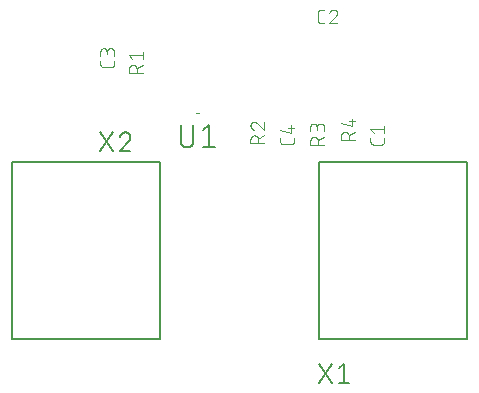
<source format=gbr>
G04 EAGLE Gerber RS-274X export*
G75*
%MOMM*%
%FSLAX34Y34*%
%LPD*%
%INSilkscreen Top*%
%IPPOS*%
%AMOC8*
5,1,8,0,0,1.08239X$1,22.5*%
G01*
%ADD10C,0.101600*%
%ADD11C,0.000000*%
%ADD12C,0.203200*%
%ADD13C,0.127000*%
%ADD14C,0.152400*%


D10*
X310042Y157031D02*
X310042Y154434D01*
X310040Y154335D01*
X310034Y154235D01*
X310025Y154136D01*
X310012Y154038D01*
X309995Y153940D01*
X309974Y153842D01*
X309949Y153746D01*
X309921Y153651D01*
X309889Y153557D01*
X309854Y153464D01*
X309815Y153372D01*
X309772Y153282D01*
X309727Y153194D01*
X309677Y153107D01*
X309625Y153023D01*
X309569Y152940D01*
X309511Y152860D01*
X309449Y152782D01*
X309384Y152707D01*
X309316Y152634D01*
X309246Y152564D01*
X309173Y152496D01*
X309098Y152431D01*
X309020Y152369D01*
X308940Y152311D01*
X308857Y152255D01*
X308773Y152203D01*
X308686Y152153D01*
X308598Y152108D01*
X308508Y152065D01*
X308416Y152026D01*
X308323Y151991D01*
X308229Y151959D01*
X308134Y151931D01*
X308038Y151906D01*
X307940Y151885D01*
X307842Y151868D01*
X307744Y151855D01*
X307645Y151846D01*
X307545Y151840D01*
X307446Y151838D01*
X300954Y151838D01*
X300855Y151840D01*
X300755Y151846D01*
X300656Y151855D01*
X300558Y151868D01*
X300460Y151886D01*
X300362Y151906D01*
X300266Y151931D01*
X300170Y151959D01*
X300076Y151991D01*
X299983Y152026D01*
X299892Y152065D01*
X299802Y152108D01*
X299713Y152153D01*
X299627Y152203D01*
X299542Y152255D01*
X299460Y152311D01*
X299380Y152370D01*
X299302Y152431D01*
X299226Y152496D01*
X299153Y152564D01*
X299083Y152634D01*
X299015Y152707D01*
X298950Y152783D01*
X298889Y152861D01*
X298830Y152941D01*
X298774Y153023D01*
X298722Y153108D01*
X298673Y153194D01*
X298627Y153283D01*
X298584Y153373D01*
X298545Y153464D01*
X298510Y153557D01*
X298478Y153651D01*
X298450Y153747D01*
X298425Y153843D01*
X298405Y153941D01*
X298387Y154039D01*
X298374Y154137D01*
X298365Y154236D01*
X298359Y154335D01*
X298357Y154435D01*
X298358Y154434D02*
X298358Y157031D01*
X300954Y161396D02*
X298358Y164642D01*
X310042Y164642D01*
X310042Y167887D02*
X310042Y161396D01*
X259301Y254508D02*
X256704Y254508D01*
X256605Y254510D01*
X256505Y254516D01*
X256406Y254525D01*
X256308Y254538D01*
X256210Y254555D01*
X256112Y254576D01*
X256016Y254601D01*
X255921Y254629D01*
X255827Y254661D01*
X255734Y254696D01*
X255642Y254735D01*
X255552Y254778D01*
X255464Y254823D01*
X255377Y254873D01*
X255293Y254925D01*
X255210Y254981D01*
X255130Y255039D01*
X255052Y255101D01*
X254977Y255166D01*
X254904Y255234D01*
X254834Y255304D01*
X254766Y255377D01*
X254701Y255452D01*
X254639Y255530D01*
X254581Y255610D01*
X254525Y255693D01*
X254473Y255777D01*
X254423Y255864D01*
X254378Y255952D01*
X254335Y256042D01*
X254296Y256134D01*
X254261Y256227D01*
X254229Y256321D01*
X254201Y256416D01*
X254176Y256512D01*
X254155Y256610D01*
X254138Y256708D01*
X254125Y256806D01*
X254116Y256905D01*
X254110Y257005D01*
X254108Y257104D01*
X254108Y263596D01*
X254110Y263695D01*
X254116Y263795D01*
X254125Y263894D01*
X254138Y263992D01*
X254155Y264090D01*
X254176Y264188D01*
X254201Y264284D01*
X254229Y264379D01*
X254261Y264473D01*
X254296Y264566D01*
X254335Y264658D01*
X254378Y264748D01*
X254423Y264836D01*
X254473Y264923D01*
X254525Y265007D01*
X254581Y265090D01*
X254639Y265170D01*
X254701Y265248D01*
X254766Y265323D01*
X254834Y265396D01*
X254904Y265466D01*
X254977Y265534D01*
X255052Y265599D01*
X255130Y265661D01*
X255210Y265719D01*
X255293Y265775D01*
X255377Y265827D01*
X255464Y265877D01*
X255552Y265922D01*
X255642Y265965D01*
X255734Y266004D01*
X255826Y266039D01*
X255921Y266071D01*
X256016Y266099D01*
X256112Y266124D01*
X256210Y266145D01*
X256308Y266162D01*
X256406Y266175D01*
X256505Y266184D01*
X256605Y266190D01*
X256704Y266192D01*
X259301Y266192D01*
X267236Y266192D02*
X267343Y266190D01*
X267449Y266184D01*
X267555Y266174D01*
X267661Y266161D01*
X267767Y266143D01*
X267871Y266122D01*
X267975Y266097D01*
X268078Y266068D01*
X268179Y266036D01*
X268279Y265999D01*
X268378Y265959D01*
X268476Y265916D01*
X268572Y265869D01*
X268666Y265818D01*
X268758Y265764D01*
X268848Y265707D01*
X268936Y265647D01*
X269021Y265583D01*
X269104Y265516D01*
X269185Y265446D01*
X269263Y265374D01*
X269339Y265298D01*
X269411Y265220D01*
X269481Y265139D01*
X269548Y265056D01*
X269612Y264971D01*
X269672Y264883D01*
X269729Y264793D01*
X269783Y264701D01*
X269834Y264607D01*
X269881Y264511D01*
X269924Y264413D01*
X269964Y264314D01*
X270001Y264214D01*
X270033Y264113D01*
X270062Y264010D01*
X270087Y263906D01*
X270108Y263802D01*
X270126Y263696D01*
X270139Y263590D01*
X270149Y263484D01*
X270155Y263378D01*
X270157Y263271D01*
X267236Y266192D02*
X267115Y266190D01*
X266994Y266184D01*
X266874Y266174D01*
X266753Y266161D01*
X266634Y266143D01*
X266514Y266122D01*
X266396Y266097D01*
X266279Y266068D01*
X266162Y266035D01*
X266047Y265999D01*
X265933Y265958D01*
X265820Y265915D01*
X265708Y265867D01*
X265599Y265816D01*
X265491Y265761D01*
X265384Y265703D01*
X265280Y265642D01*
X265178Y265577D01*
X265078Y265509D01*
X264980Y265438D01*
X264884Y265364D01*
X264791Y265287D01*
X264701Y265206D01*
X264613Y265123D01*
X264528Y265037D01*
X264445Y264948D01*
X264366Y264857D01*
X264289Y264763D01*
X264216Y264667D01*
X264146Y264569D01*
X264079Y264468D01*
X264015Y264365D01*
X263955Y264260D01*
X263898Y264153D01*
X263844Y264045D01*
X263794Y263935D01*
X263748Y263823D01*
X263705Y263710D01*
X263666Y263595D01*
X269184Y260999D02*
X269263Y261076D01*
X269339Y261157D01*
X269412Y261240D01*
X269482Y261325D01*
X269549Y261413D01*
X269613Y261503D01*
X269673Y261595D01*
X269730Y261690D01*
X269784Y261786D01*
X269835Y261884D01*
X269882Y261984D01*
X269926Y262086D01*
X269966Y262189D01*
X270002Y262293D01*
X270034Y262399D01*
X270063Y262505D01*
X270088Y262613D01*
X270110Y262721D01*
X270127Y262831D01*
X270141Y262940D01*
X270150Y263050D01*
X270156Y263161D01*
X270158Y263271D01*
X269184Y260999D02*
X263666Y254508D01*
X270157Y254508D01*
X105572Y212798D02*
X93888Y212798D01*
X93888Y216044D01*
X93890Y216157D01*
X93896Y216270D01*
X93906Y216383D01*
X93920Y216496D01*
X93937Y216608D01*
X93959Y216719D01*
X93984Y216829D01*
X94014Y216939D01*
X94047Y217047D01*
X94084Y217154D01*
X94124Y217260D01*
X94169Y217364D01*
X94217Y217467D01*
X94268Y217568D01*
X94323Y217667D01*
X94381Y217764D01*
X94443Y217859D01*
X94508Y217952D01*
X94576Y218042D01*
X94647Y218130D01*
X94722Y218216D01*
X94799Y218299D01*
X94879Y218379D01*
X94962Y218456D01*
X95048Y218531D01*
X95136Y218602D01*
X95226Y218670D01*
X95319Y218735D01*
X95414Y218797D01*
X95511Y218855D01*
X95610Y218910D01*
X95711Y218961D01*
X95814Y219009D01*
X95918Y219054D01*
X96024Y219094D01*
X96131Y219131D01*
X96239Y219164D01*
X96349Y219194D01*
X96459Y219219D01*
X96570Y219241D01*
X96682Y219258D01*
X96795Y219272D01*
X96908Y219282D01*
X97021Y219288D01*
X97134Y219290D01*
X97247Y219288D01*
X97360Y219282D01*
X97473Y219272D01*
X97586Y219258D01*
X97698Y219241D01*
X97809Y219219D01*
X97919Y219194D01*
X98029Y219164D01*
X98137Y219131D01*
X98244Y219094D01*
X98350Y219054D01*
X98454Y219009D01*
X98557Y218961D01*
X98658Y218910D01*
X98757Y218855D01*
X98854Y218797D01*
X98949Y218735D01*
X99042Y218670D01*
X99132Y218602D01*
X99220Y218531D01*
X99306Y218456D01*
X99389Y218379D01*
X99469Y218299D01*
X99546Y218216D01*
X99621Y218130D01*
X99692Y218042D01*
X99760Y217952D01*
X99825Y217859D01*
X99887Y217764D01*
X99945Y217667D01*
X100000Y217568D01*
X100051Y217467D01*
X100099Y217364D01*
X100144Y217260D01*
X100184Y217154D01*
X100221Y217047D01*
X100254Y216939D01*
X100284Y216829D01*
X100309Y216719D01*
X100331Y216608D01*
X100348Y216496D01*
X100362Y216383D01*
X100372Y216270D01*
X100378Y216157D01*
X100380Y216044D01*
X100379Y216044D02*
X100379Y212798D01*
X100379Y216693D02*
X105572Y219289D01*
X96484Y224154D02*
X93888Y227400D01*
X105572Y227400D01*
X105572Y230645D02*
X105572Y224154D01*
X196758Y153108D02*
X208442Y153108D01*
X196758Y153108D02*
X196758Y156354D01*
X196760Y156467D01*
X196766Y156580D01*
X196776Y156693D01*
X196790Y156806D01*
X196807Y156918D01*
X196829Y157029D01*
X196854Y157139D01*
X196884Y157249D01*
X196917Y157357D01*
X196954Y157464D01*
X196994Y157570D01*
X197039Y157674D01*
X197087Y157777D01*
X197138Y157878D01*
X197193Y157977D01*
X197251Y158074D01*
X197313Y158169D01*
X197378Y158262D01*
X197446Y158352D01*
X197517Y158440D01*
X197592Y158526D01*
X197669Y158609D01*
X197749Y158689D01*
X197832Y158766D01*
X197918Y158841D01*
X198006Y158912D01*
X198096Y158980D01*
X198189Y159045D01*
X198284Y159107D01*
X198381Y159165D01*
X198480Y159220D01*
X198581Y159271D01*
X198684Y159319D01*
X198788Y159364D01*
X198894Y159404D01*
X199001Y159441D01*
X199109Y159474D01*
X199219Y159504D01*
X199329Y159529D01*
X199440Y159551D01*
X199552Y159568D01*
X199665Y159582D01*
X199778Y159592D01*
X199891Y159598D01*
X200004Y159600D01*
X200117Y159598D01*
X200230Y159592D01*
X200343Y159582D01*
X200456Y159568D01*
X200568Y159551D01*
X200679Y159529D01*
X200789Y159504D01*
X200899Y159474D01*
X201007Y159441D01*
X201114Y159404D01*
X201220Y159364D01*
X201324Y159319D01*
X201427Y159271D01*
X201528Y159220D01*
X201627Y159165D01*
X201724Y159107D01*
X201819Y159045D01*
X201912Y158980D01*
X202002Y158912D01*
X202090Y158841D01*
X202176Y158766D01*
X202259Y158689D01*
X202339Y158609D01*
X202416Y158526D01*
X202491Y158440D01*
X202562Y158352D01*
X202630Y158262D01*
X202695Y158169D01*
X202757Y158074D01*
X202815Y157977D01*
X202870Y157878D01*
X202921Y157777D01*
X202969Y157674D01*
X203014Y157570D01*
X203054Y157464D01*
X203091Y157357D01*
X203124Y157249D01*
X203154Y157139D01*
X203179Y157029D01*
X203201Y156918D01*
X203218Y156806D01*
X203232Y156693D01*
X203242Y156580D01*
X203248Y156467D01*
X203250Y156354D01*
X203249Y156354D02*
X203249Y153108D01*
X203249Y157003D02*
X208442Y159599D01*
X199679Y170955D02*
X199572Y170953D01*
X199466Y170947D01*
X199360Y170937D01*
X199254Y170924D01*
X199148Y170906D01*
X199044Y170885D01*
X198940Y170860D01*
X198837Y170831D01*
X198736Y170799D01*
X198636Y170762D01*
X198537Y170722D01*
X198439Y170679D01*
X198343Y170632D01*
X198249Y170581D01*
X198157Y170527D01*
X198067Y170470D01*
X197979Y170410D01*
X197894Y170346D01*
X197811Y170279D01*
X197730Y170209D01*
X197652Y170137D01*
X197576Y170061D01*
X197504Y169983D01*
X197434Y169902D01*
X197367Y169819D01*
X197303Y169734D01*
X197243Y169646D01*
X197186Y169556D01*
X197132Y169464D01*
X197081Y169370D01*
X197034Y169274D01*
X196991Y169176D01*
X196951Y169077D01*
X196914Y168977D01*
X196882Y168876D01*
X196853Y168773D01*
X196828Y168669D01*
X196807Y168565D01*
X196789Y168459D01*
X196776Y168353D01*
X196766Y168247D01*
X196760Y168141D01*
X196758Y168034D01*
X196760Y167913D01*
X196766Y167792D01*
X196776Y167672D01*
X196789Y167551D01*
X196807Y167432D01*
X196828Y167312D01*
X196853Y167194D01*
X196882Y167077D01*
X196915Y166960D01*
X196951Y166845D01*
X196992Y166731D01*
X197035Y166618D01*
X197083Y166506D01*
X197134Y166397D01*
X197189Y166289D01*
X197247Y166182D01*
X197308Y166078D01*
X197373Y165976D01*
X197441Y165876D01*
X197512Y165778D01*
X197586Y165682D01*
X197663Y165589D01*
X197744Y165499D01*
X197827Y165411D01*
X197913Y165326D01*
X198002Y165243D01*
X198093Y165164D01*
X198187Y165087D01*
X198283Y165014D01*
X198381Y164944D01*
X198482Y164877D01*
X198585Y164813D01*
X198690Y164753D01*
X198797Y164695D01*
X198905Y164642D01*
X199015Y164592D01*
X199127Y164546D01*
X199240Y164503D01*
X199355Y164464D01*
X201951Y169981D02*
X201873Y170060D01*
X201793Y170136D01*
X201710Y170209D01*
X201624Y170279D01*
X201537Y170346D01*
X201446Y170410D01*
X201354Y170470D01*
X201260Y170528D01*
X201163Y170582D01*
X201065Y170632D01*
X200965Y170679D01*
X200864Y170723D01*
X200761Y170763D01*
X200656Y170799D01*
X200551Y170831D01*
X200444Y170860D01*
X200337Y170885D01*
X200228Y170907D01*
X200119Y170924D01*
X200010Y170938D01*
X199900Y170947D01*
X199789Y170953D01*
X199679Y170955D01*
X201951Y169982D02*
X208442Y164464D01*
X208442Y170955D01*
X247558Y151838D02*
X259242Y151838D01*
X247558Y151838D02*
X247558Y155084D01*
X247560Y155197D01*
X247566Y155310D01*
X247576Y155423D01*
X247590Y155536D01*
X247607Y155648D01*
X247629Y155759D01*
X247654Y155869D01*
X247684Y155979D01*
X247717Y156087D01*
X247754Y156194D01*
X247794Y156300D01*
X247839Y156404D01*
X247887Y156507D01*
X247938Y156608D01*
X247993Y156707D01*
X248051Y156804D01*
X248113Y156899D01*
X248178Y156992D01*
X248246Y157082D01*
X248317Y157170D01*
X248392Y157256D01*
X248469Y157339D01*
X248549Y157419D01*
X248632Y157496D01*
X248718Y157571D01*
X248806Y157642D01*
X248896Y157710D01*
X248989Y157775D01*
X249084Y157837D01*
X249181Y157895D01*
X249280Y157950D01*
X249381Y158001D01*
X249484Y158049D01*
X249588Y158094D01*
X249694Y158134D01*
X249801Y158171D01*
X249909Y158204D01*
X250019Y158234D01*
X250129Y158259D01*
X250240Y158281D01*
X250352Y158298D01*
X250465Y158312D01*
X250578Y158322D01*
X250691Y158328D01*
X250804Y158330D01*
X250917Y158328D01*
X251030Y158322D01*
X251143Y158312D01*
X251256Y158298D01*
X251368Y158281D01*
X251479Y158259D01*
X251589Y158234D01*
X251699Y158204D01*
X251807Y158171D01*
X251914Y158134D01*
X252020Y158094D01*
X252124Y158049D01*
X252227Y158001D01*
X252328Y157950D01*
X252427Y157895D01*
X252524Y157837D01*
X252619Y157775D01*
X252712Y157710D01*
X252802Y157642D01*
X252890Y157571D01*
X252976Y157496D01*
X253059Y157419D01*
X253139Y157339D01*
X253216Y157256D01*
X253291Y157170D01*
X253362Y157082D01*
X253430Y156992D01*
X253495Y156899D01*
X253557Y156804D01*
X253615Y156707D01*
X253670Y156608D01*
X253721Y156507D01*
X253769Y156404D01*
X253814Y156300D01*
X253854Y156194D01*
X253891Y156087D01*
X253924Y155979D01*
X253954Y155869D01*
X253979Y155759D01*
X254001Y155648D01*
X254018Y155536D01*
X254032Y155423D01*
X254042Y155310D01*
X254048Y155197D01*
X254050Y155084D01*
X254049Y155084D02*
X254049Y151838D01*
X254049Y155733D02*
X259242Y158329D01*
X259242Y163194D02*
X259242Y166440D01*
X259240Y166553D01*
X259234Y166666D01*
X259224Y166779D01*
X259210Y166892D01*
X259193Y167004D01*
X259171Y167115D01*
X259146Y167225D01*
X259116Y167335D01*
X259083Y167443D01*
X259046Y167550D01*
X259006Y167656D01*
X258961Y167760D01*
X258913Y167863D01*
X258862Y167964D01*
X258807Y168063D01*
X258749Y168160D01*
X258687Y168255D01*
X258622Y168348D01*
X258554Y168438D01*
X258483Y168526D01*
X258408Y168612D01*
X258331Y168695D01*
X258251Y168775D01*
X258168Y168852D01*
X258082Y168927D01*
X257994Y168998D01*
X257904Y169066D01*
X257811Y169131D01*
X257716Y169193D01*
X257619Y169251D01*
X257520Y169306D01*
X257419Y169357D01*
X257316Y169405D01*
X257212Y169450D01*
X257106Y169490D01*
X256999Y169527D01*
X256891Y169560D01*
X256781Y169590D01*
X256671Y169615D01*
X256560Y169637D01*
X256448Y169654D01*
X256335Y169668D01*
X256222Y169678D01*
X256109Y169684D01*
X255996Y169686D01*
X255883Y169684D01*
X255770Y169678D01*
X255657Y169668D01*
X255544Y169654D01*
X255432Y169637D01*
X255321Y169615D01*
X255211Y169590D01*
X255101Y169560D01*
X254993Y169527D01*
X254886Y169490D01*
X254780Y169450D01*
X254676Y169405D01*
X254573Y169357D01*
X254472Y169306D01*
X254373Y169251D01*
X254276Y169193D01*
X254181Y169131D01*
X254088Y169066D01*
X253998Y168998D01*
X253910Y168927D01*
X253824Y168852D01*
X253741Y168775D01*
X253661Y168695D01*
X253584Y168612D01*
X253509Y168526D01*
X253438Y168438D01*
X253370Y168348D01*
X253305Y168255D01*
X253243Y168160D01*
X253185Y168063D01*
X253130Y167964D01*
X253079Y167863D01*
X253031Y167760D01*
X252986Y167656D01*
X252946Y167550D01*
X252909Y167443D01*
X252876Y167335D01*
X252846Y167225D01*
X252821Y167115D01*
X252799Y167004D01*
X252782Y166892D01*
X252768Y166779D01*
X252758Y166666D01*
X252752Y166553D01*
X252750Y166440D01*
X247558Y167089D02*
X247558Y163194D01*
X247558Y167089D02*
X247560Y167190D01*
X247566Y167290D01*
X247576Y167390D01*
X247589Y167490D01*
X247607Y167589D01*
X247628Y167688D01*
X247653Y167785D01*
X247682Y167882D01*
X247715Y167977D01*
X247751Y168071D01*
X247791Y168163D01*
X247834Y168254D01*
X247881Y168343D01*
X247931Y168430D01*
X247985Y168516D01*
X248042Y168599D01*
X248102Y168679D01*
X248165Y168758D01*
X248232Y168834D01*
X248301Y168907D01*
X248373Y168977D01*
X248447Y169045D01*
X248524Y169110D01*
X248604Y169171D01*
X248686Y169230D01*
X248770Y169285D01*
X248856Y169337D01*
X248944Y169386D01*
X249034Y169431D01*
X249126Y169473D01*
X249219Y169511D01*
X249314Y169545D01*
X249409Y169576D01*
X249506Y169603D01*
X249604Y169626D01*
X249703Y169646D01*
X249803Y169661D01*
X249903Y169673D01*
X250003Y169681D01*
X250104Y169685D01*
X250204Y169685D01*
X250305Y169681D01*
X250405Y169673D01*
X250505Y169661D01*
X250605Y169646D01*
X250704Y169626D01*
X250802Y169603D01*
X250899Y169576D01*
X250994Y169545D01*
X251089Y169511D01*
X251182Y169473D01*
X251274Y169431D01*
X251364Y169386D01*
X251452Y169337D01*
X251538Y169285D01*
X251622Y169230D01*
X251704Y169171D01*
X251784Y169110D01*
X251861Y169045D01*
X251935Y168977D01*
X252007Y168907D01*
X252076Y168834D01*
X252143Y168758D01*
X252206Y168679D01*
X252266Y168599D01*
X252323Y168516D01*
X252377Y168430D01*
X252427Y168343D01*
X252474Y168254D01*
X252517Y168163D01*
X252557Y168071D01*
X252593Y167977D01*
X252626Y167882D01*
X252655Y167785D01*
X252680Y167688D01*
X252701Y167589D01*
X252719Y167490D01*
X252732Y167390D01*
X252742Y167290D01*
X252748Y167190D01*
X252750Y167089D01*
X252751Y167089D02*
X252751Y164493D01*
X273548Y155895D02*
X285232Y155895D01*
X273548Y155895D02*
X273548Y159140D01*
X273550Y159253D01*
X273556Y159366D01*
X273566Y159479D01*
X273580Y159592D01*
X273597Y159704D01*
X273619Y159815D01*
X273644Y159925D01*
X273674Y160035D01*
X273707Y160143D01*
X273744Y160250D01*
X273784Y160356D01*
X273829Y160460D01*
X273877Y160563D01*
X273928Y160664D01*
X273983Y160763D01*
X274041Y160860D01*
X274103Y160955D01*
X274168Y161048D01*
X274236Y161138D01*
X274307Y161226D01*
X274382Y161312D01*
X274459Y161395D01*
X274539Y161475D01*
X274622Y161552D01*
X274708Y161627D01*
X274796Y161698D01*
X274886Y161766D01*
X274979Y161831D01*
X275074Y161893D01*
X275171Y161951D01*
X275270Y162006D01*
X275371Y162057D01*
X275474Y162105D01*
X275578Y162150D01*
X275684Y162190D01*
X275791Y162227D01*
X275899Y162260D01*
X276009Y162290D01*
X276119Y162315D01*
X276230Y162337D01*
X276342Y162354D01*
X276455Y162368D01*
X276568Y162378D01*
X276681Y162384D01*
X276794Y162386D01*
X276907Y162384D01*
X277020Y162378D01*
X277133Y162368D01*
X277246Y162354D01*
X277358Y162337D01*
X277469Y162315D01*
X277579Y162290D01*
X277689Y162260D01*
X277797Y162227D01*
X277904Y162190D01*
X278010Y162150D01*
X278114Y162105D01*
X278217Y162057D01*
X278318Y162006D01*
X278417Y161951D01*
X278514Y161893D01*
X278609Y161831D01*
X278702Y161766D01*
X278792Y161698D01*
X278880Y161627D01*
X278966Y161552D01*
X279049Y161475D01*
X279129Y161395D01*
X279206Y161312D01*
X279281Y161226D01*
X279352Y161138D01*
X279420Y161048D01*
X279485Y160955D01*
X279547Y160860D01*
X279605Y160763D01*
X279660Y160664D01*
X279711Y160563D01*
X279759Y160460D01*
X279804Y160356D01*
X279844Y160250D01*
X279881Y160143D01*
X279914Y160035D01*
X279944Y159925D01*
X279969Y159815D01*
X279991Y159704D01*
X280008Y159592D01*
X280022Y159479D01*
X280032Y159366D01*
X280038Y159253D01*
X280040Y159140D01*
X280039Y159140D02*
X280039Y155895D01*
X280039Y159789D02*
X285232Y162386D01*
X282636Y167251D02*
X273548Y169847D01*
X282636Y167251D02*
X282636Y173742D01*
X280039Y171795D02*
X285232Y171795D01*
D11*
X153070Y178508D02*
X152970Y178551D01*
X152868Y178590D01*
X152765Y178625D01*
X152661Y178657D01*
X152555Y178685D01*
X152449Y178710D01*
X152342Y178731D01*
X152234Y178748D01*
X152126Y178761D01*
X152018Y178770D01*
X151909Y178776D01*
X151800Y178778D01*
X151691Y178776D01*
X151582Y178770D01*
X151474Y178761D01*
X151366Y178748D01*
X151258Y178731D01*
X151151Y178710D01*
X151045Y178685D01*
X150939Y178657D01*
X150835Y178625D01*
X150732Y178590D01*
X150630Y178551D01*
X150530Y178508D01*
D12*
X137974Y168267D02*
X137974Y154671D01*
X137976Y154528D01*
X137982Y154385D01*
X137992Y154243D01*
X138005Y154101D01*
X138023Y153959D01*
X138044Y153818D01*
X138069Y153677D01*
X138098Y153537D01*
X138131Y153398D01*
X138168Y153260D01*
X138208Y153123D01*
X138252Y152987D01*
X138300Y152853D01*
X138352Y152720D01*
X138407Y152588D01*
X138466Y152458D01*
X138528Y152329D01*
X138594Y152202D01*
X138663Y152077D01*
X138735Y151954D01*
X138811Y151833D01*
X138890Y151714D01*
X138973Y151597D01*
X139058Y151483D01*
X139147Y151371D01*
X139238Y151261D01*
X139333Y151154D01*
X139431Y151050D01*
X139531Y150948D01*
X139634Y150849D01*
X139740Y150753D01*
X139848Y150660D01*
X139959Y150570D01*
X140072Y150483D01*
X140188Y150399D01*
X140305Y150318D01*
X140425Y150241D01*
X140547Y150167D01*
X140671Y150096D01*
X140797Y150028D01*
X140925Y149964D01*
X141054Y149904D01*
X141185Y149847D01*
X141318Y149794D01*
X141452Y149744D01*
X141587Y149698D01*
X141724Y149656D01*
X141861Y149617D01*
X142000Y149582D01*
X142139Y149551D01*
X142279Y149524D01*
X142420Y149501D01*
X142562Y149481D01*
X142704Y149466D01*
X142846Y149454D01*
X142989Y149446D01*
X143132Y149442D01*
X143274Y149442D01*
X143417Y149446D01*
X143560Y149454D01*
X143702Y149466D01*
X143844Y149481D01*
X143986Y149501D01*
X144127Y149524D01*
X144267Y149551D01*
X144406Y149582D01*
X144545Y149617D01*
X144682Y149656D01*
X144819Y149698D01*
X144954Y149744D01*
X145088Y149794D01*
X145221Y149847D01*
X145352Y149904D01*
X145481Y149964D01*
X145609Y150028D01*
X145735Y150096D01*
X145859Y150167D01*
X145981Y150241D01*
X146101Y150318D01*
X146218Y150399D01*
X146334Y150483D01*
X146447Y150570D01*
X146558Y150660D01*
X146666Y150753D01*
X146772Y150849D01*
X146875Y150948D01*
X146975Y151050D01*
X147073Y151154D01*
X147168Y151261D01*
X147259Y151371D01*
X147348Y151483D01*
X147433Y151597D01*
X147516Y151714D01*
X147595Y151833D01*
X147671Y151954D01*
X147743Y152077D01*
X147812Y152202D01*
X147878Y152329D01*
X147940Y152458D01*
X147999Y152588D01*
X148054Y152720D01*
X148106Y152853D01*
X148154Y152987D01*
X148198Y153123D01*
X148238Y153260D01*
X148275Y153398D01*
X148308Y153537D01*
X148337Y153677D01*
X148362Y153818D01*
X148383Y153959D01*
X148401Y154101D01*
X148414Y154243D01*
X148424Y154385D01*
X148430Y154528D01*
X148432Y154671D01*
X148432Y168267D01*
X156424Y164084D02*
X161653Y168267D01*
X161653Y149442D01*
X156424Y149442D02*
X166883Y149442D01*
D10*
X81442Y219919D02*
X81442Y222516D01*
X81442Y219919D02*
X81440Y219820D01*
X81434Y219720D01*
X81425Y219621D01*
X81412Y219523D01*
X81395Y219425D01*
X81374Y219327D01*
X81349Y219231D01*
X81321Y219136D01*
X81289Y219042D01*
X81254Y218949D01*
X81215Y218857D01*
X81172Y218767D01*
X81127Y218679D01*
X81077Y218592D01*
X81025Y218508D01*
X80969Y218425D01*
X80911Y218345D01*
X80849Y218267D01*
X80784Y218192D01*
X80716Y218119D01*
X80646Y218049D01*
X80573Y217981D01*
X80498Y217916D01*
X80420Y217854D01*
X80340Y217796D01*
X80257Y217740D01*
X80173Y217688D01*
X80086Y217638D01*
X79998Y217593D01*
X79908Y217550D01*
X79816Y217511D01*
X79723Y217476D01*
X79629Y217444D01*
X79534Y217416D01*
X79438Y217391D01*
X79340Y217370D01*
X79242Y217353D01*
X79144Y217340D01*
X79045Y217331D01*
X78945Y217325D01*
X78846Y217323D01*
X72354Y217323D01*
X72354Y217322D02*
X72255Y217324D01*
X72155Y217330D01*
X72056Y217339D01*
X71958Y217352D01*
X71860Y217370D01*
X71762Y217390D01*
X71666Y217415D01*
X71570Y217443D01*
X71476Y217475D01*
X71383Y217510D01*
X71292Y217549D01*
X71202Y217592D01*
X71113Y217637D01*
X71027Y217687D01*
X70942Y217739D01*
X70860Y217795D01*
X70780Y217854D01*
X70702Y217915D01*
X70626Y217980D01*
X70553Y218048D01*
X70483Y218118D01*
X70415Y218191D01*
X70350Y218267D01*
X70289Y218345D01*
X70230Y218425D01*
X70174Y218507D01*
X70122Y218592D01*
X70073Y218678D01*
X70027Y218767D01*
X69984Y218857D01*
X69945Y218948D01*
X69910Y219041D01*
X69878Y219135D01*
X69850Y219231D01*
X69825Y219327D01*
X69805Y219425D01*
X69787Y219523D01*
X69774Y219621D01*
X69765Y219720D01*
X69759Y219819D01*
X69757Y219919D01*
X69758Y219919D02*
X69758Y222516D01*
X81442Y226881D02*
X81442Y230126D01*
X81440Y230239D01*
X81434Y230352D01*
X81424Y230465D01*
X81410Y230578D01*
X81393Y230690D01*
X81371Y230801D01*
X81346Y230911D01*
X81316Y231021D01*
X81283Y231129D01*
X81246Y231236D01*
X81206Y231342D01*
X81161Y231446D01*
X81113Y231549D01*
X81062Y231650D01*
X81007Y231749D01*
X80949Y231846D01*
X80887Y231941D01*
X80822Y232034D01*
X80754Y232124D01*
X80683Y232212D01*
X80608Y232298D01*
X80531Y232381D01*
X80451Y232461D01*
X80368Y232538D01*
X80282Y232613D01*
X80194Y232684D01*
X80104Y232752D01*
X80011Y232817D01*
X79916Y232879D01*
X79819Y232937D01*
X79720Y232992D01*
X79619Y233043D01*
X79516Y233091D01*
X79412Y233136D01*
X79306Y233176D01*
X79199Y233213D01*
X79091Y233246D01*
X78981Y233276D01*
X78871Y233301D01*
X78760Y233323D01*
X78648Y233340D01*
X78535Y233354D01*
X78422Y233364D01*
X78309Y233370D01*
X78196Y233372D01*
X78083Y233370D01*
X77970Y233364D01*
X77857Y233354D01*
X77744Y233340D01*
X77632Y233323D01*
X77521Y233301D01*
X77411Y233276D01*
X77301Y233246D01*
X77193Y233213D01*
X77086Y233176D01*
X76980Y233136D01*
X76876Y233091D01*
X76773Y233043D01*
X76672Y232992D01*
X76573Y232937D01*
X76476Y232879D01*
X76381Y232817D01*
X76288Y232752D01*
X76198Y232684D01*
X76110Y232613D01*
X76024Y232538D01*
X75941Y232461D01*
X75861Y232381D01*
X75784Y232298D01*
X75709Y232212D01*
X75638Y232124D01*
X75570Y232034D01*
X75505Y231941D01*
X75443Y231846D01*
X75385Y231749D01*
X75330Y231650D01*
X75279Y231549D01*
X75231Y231446D01*
X75186Y231342D01*
X75146Y231236D01*
X75109Y231129D01*
X75076Y231021D01*
X75046Y230911D01*
X75021Y230801D01*
X74999Y230690D01*
X74982Y230578D01*
X74968Y230465D01*
X74958Y230352D01*
X74952Y230239D01*
X74950Y230126D01*
X69758Y230776D02*
X69758Y226881D01*
X69758Y230776D02*
X69760Y230877D01*
X69766Y230977D01*
X69776Y231077D01*
X69789Y231177D01*
X69807Y231276D01*
X69828Y231375D01*
X69853Y231472D01*
X69882Y231569D01*
X69915Y231664D01*
X69951Y231758D01*
X69991Y231850D01*
X70034Y231941D01*
X70081Y232030D01*
X70131Y232117D01*
X70185Y232203D01*
X70242Y232286D01*
X70302Y232366D01*
X70365Y232445D01*
X70432Y232521D01*
X70501Y232594D01*
X70573Y232664D01*
X70647Y232732D01*
X70724Y232797D01*
X70804Y232858D01*
X70886Y232917D01*
X70970Y232972D01*
X71056Y233024D01*
X71144Y233073D01*
X71234Y233118D01*
X71326Y233160D01*
X71419Y233198D01*
X71514Y233232D01*
X71609Y233263D01*
X71706Y233290D01*
X71804Y233313D01*
X71903Y233333D01*
X72003Y233348D01*
X72103Y233360D01*
X72203Y233368D01*
X72304Y233372D01*
X72404Y233372D01*
X72505Y233368D01*
X72605Y233360D01*
X72705Y233348D01*
X72805Y233333D01*
X72904Y233313D01*
X73002Y233290D01*
X73099Y233263D01*
X73194Y233232D01*
X73289Y233198D01*
X73382Y233160D01*
X73474Y233118D01*
X73564Y233073D01*
X73652Y233024D01*
X73738Y232972D01*
X73822Y232917D01*
X73904Y232858D01*
X73984Y232797D01*
X74061Y232732D01*
X74135Y232664D01*
X74207Y232594D01*
X74276Y232521D01*
X74343Y232445D01*
X74406Y232366D01*
X74466Y232286D01*
X74523Y232203D01*
X74577Y232117D01*
X74627Y232030D01*
X74674Y231941D01*
X74717Y231850D01*
X74757Y231758D01*
X74793Y231664D01*
X74826Y231569D01*
X74855Y231472D01*
X74880Y231375D01*
X74901Y231276D01*
X74919Y231177D01*
X74932Y231077D01*
X74942Y230977D01*
X74948Y230877D01*
X74950Y230776D01*
X74951Y230776D02*
X74951Y228179D01*
X233632Y157291D02*
X233632Y154694D01*
X233630Y154595D01*
X233624Y154495D01*
X233615Y154396D01*
X233602Y154298D01*
X233585Y154200D01*
X233564Y154102D01*
X233539Y154006D01*
X233511Y153911D01*
X233479Y153817D01*
X233444Y153724D01*
X233405Y153632D01*
X233362Y153542D01*
X233317Y153454D01*
X233267Y153367D01*
X233215Y153283D01*
X233159Y153200D01*
X233101Y153120D01*
X233039Y153042D01*
X232974Y152967D01*
X232906Y152894D01*
X232836Y152824D01*
X232763Y152756D01*
X232688Y152691D01*
X232610Y152629D01*
X232530Y152571D01*
X232447Y152515D01*
X232363Y152463D01*
X232276Y152413D01*
X232188Y152368D01*
X232098Y152325D01*
X232006Y152286D01*
X231913Y152251D01*
X231819Y152219D01*
X231724Y152191D01*
X231628Y152166D01*
X231530Y152145D01*
X231432Y152128D01*
X231334Y152115D01*
X231235Y152106D01*
X231135Y152100D01*
X231036Y152098D01*
X224544Y152098D01*
X224445Y152100D01*
X224345Y152106D01*
X224246Y152115D01*
X224148Y152128D01*
X224050Y152146D01*
X223952Y152166D01*
X223856Y152191D01*
X223760Y152219D01*
X223666Y152251D01*
X223573Y152286D01*
X223482Y152325D01*
X223392Y152368D01*
X223303Y152413D01*
X223217Y152463D01*
X223132Y152515D01*
X223050Y152571D01*
X222970Y152630D01*
X222892Y152691D01*
X222816Y152756D01*
X222743Y152824D01*
X222673Y152894D01*
X222605Y152967D01*
X222540Y153043D01*
X222479Y153121D01*
X222420Y153201D01*
X222364Y153283D01*
X222312Y153368D01*
X222263Y153454D01*
X222217Y153543D01*
X222174Y153633D01*
X222135Y153724D01*
X222100Y153817D01*
X222068Y153911D01*
X222040Y154007D01*
X222015Y154103D01*
X221995Y154201D01*
X221977Y154299D01*
X221964Y154397D01*
X221955Y154496D01*
X221949Y154595D01*
X221947Y154695D01*
X221948Y154694D02*
X221948Y157291D01*
X221948Y164253D02*
X231036Y161656D01*
X231036Y168147D01*
X228439Y166200D02*
X233632Y166200D01*
D13*
X255000Y137500D02*
X255000Y-12500D01*
X255000Y137500D02*
X380000Y137500D01*
X380000Y-12500D01*
X255000Y-12500D01*
D14*
X265860Y-33512D02*
X255023Y-49768D01*
X265860Y-49768D02*
X255023Y-33512D01*
X271557Y-37124D02*
X276072Y-33512D01*
X276072Y-49768D01*
X271557Y-49768D02*
X280588Y-49768D01*
D13*
X120000Y-12500D02*
X120000Y137500D01*
X120000Y-12500D02*
X-5000Y-12500D01*
X-5000Y137500D01*
X120000Y137500D01*
D14*
X80249Y162268D02*
X69412Y146012D01*
X80249Y146012D02*
X69412Y162268D01*
X90913Y162268D02*
X91038Y162266D01*
X91163Y162260D01*
X91288Y162251D01*
X91412Y162237D01*
X91536Y162220D01*
X91660Y162199D01*
X91782Y162174D01*
X91904Y162145D01*
X92025Y162113D01*
X92145Y162077D01*
X92264Y162037D01*
X92381Y161994D01*
X92497Y161947D01*
X92612Y161896D01*
X92724Y161842D01*
X92836Y161784D01*
X92945Y161724D01*
X93052Y161659D01*
X93158Y161592D01*
X93261Y161521D01*
X93362Y161447D01*
X93461Y161370D01*
X93557Y161290D01*
X93651Y161207D01*
X93742Y161122D01*
X93831Y161033D01*
X93916Y160942D01*
X93999Y160848D01*
X94079Y160752D01*
X94156Y160653D01*
X94230Y160552D01*
X94301Y160449D01*
X94368Y160343D01*
X94433Y160236D01*
X94493Y160127D01*
X94551Y160015D01*
X94605Y159903D01*
X94656Y159788D01*
X94703Y159672D01*
X94746Y159555D01*
X94786Y159436D01*
X94822Y159316D01*
X94854Y159195D01*
X94883Y159073D01*
X94908Y158951D01*
X94929Y158827D01*
X94946Y158703D01*
X94960Y158579D01*
X94969Y158454D01*
X94975Y158329D01*
X94977Y158204D01*
X90913Y162268D02*
X90770Y162266D01*
X90628Y162260D01*
X90485Y162250D01*
X90343Y162237D01*
X90202Y162219D01*
X90060Y162198D01*
X89920Y162173D01*
X89780Y162144D01*
X89641Y162111D01*
X89503Y162074D01*
X89366Y162034D01*
X89231Y161990D01*
X89096Y161942D01*
X88963Y161890D01*
X88831Y161835D01*
X88701Y161776D01*
X88573Y161714D01*
X88446Y161648D01*
X88321Y161579D01*
X88198Y161507D01*
X88078Y161431D01*
X87959Y161352D01*
X87842Y161269D01*
X87728Y161184D01*
X87616Y161095D01*
X87507Y161004D01*
X87400Y160909D01*
X87295Y160812D01*
X87194Y160711D01*
X87095Y160608D01*
X86999Y160503D01*
X86906Y160394D01*
X86816Y160283D01*
X86729Y160170D01*
X86645Y160055D01*
X86565Y159937D01*
X86487Y159817D01*
X86413Y159695D01*
X86343Y159571D01*
X86275Y159445D01*
X86212Y159317D01*
X86151Y159188D01*
X86094Y159057D01*
X86041Y158925D01*
X85992Y158791D01*
X85946Y158656D01*
X93622Y155043D02*
X93716Y155135D01*
X93806Y155229D01*
X93894Y155326D01*
X93979Y155426D01*
X94061Y155528D01*
X94140Y155633D01*
X94215Y155740D01*
X94287Y155849D01*
X94356Y155960D01*
X94422Y156074D01*
X94484Y156189D01*
X94543Y156306D01*
X94598Y156425D01*
X94649Y156545D01*
X94697Y156667D01*
X94742Y156790D01*
X94782Y156914D01*
X94819Y157040D01*
X94852Y157167D01*
X94881Y157294D01*
X94907Y157423D01*
X94928Y157552D01*
X94946Y157682D01*
X94959Y157812D01*
X94969Y157942D01*
X94975Y158073D01*
X94977Y158204D01*
X93623Y155043D02*
X85946Y146012D01*
X94977Y146012D01*
M02*

</source>
